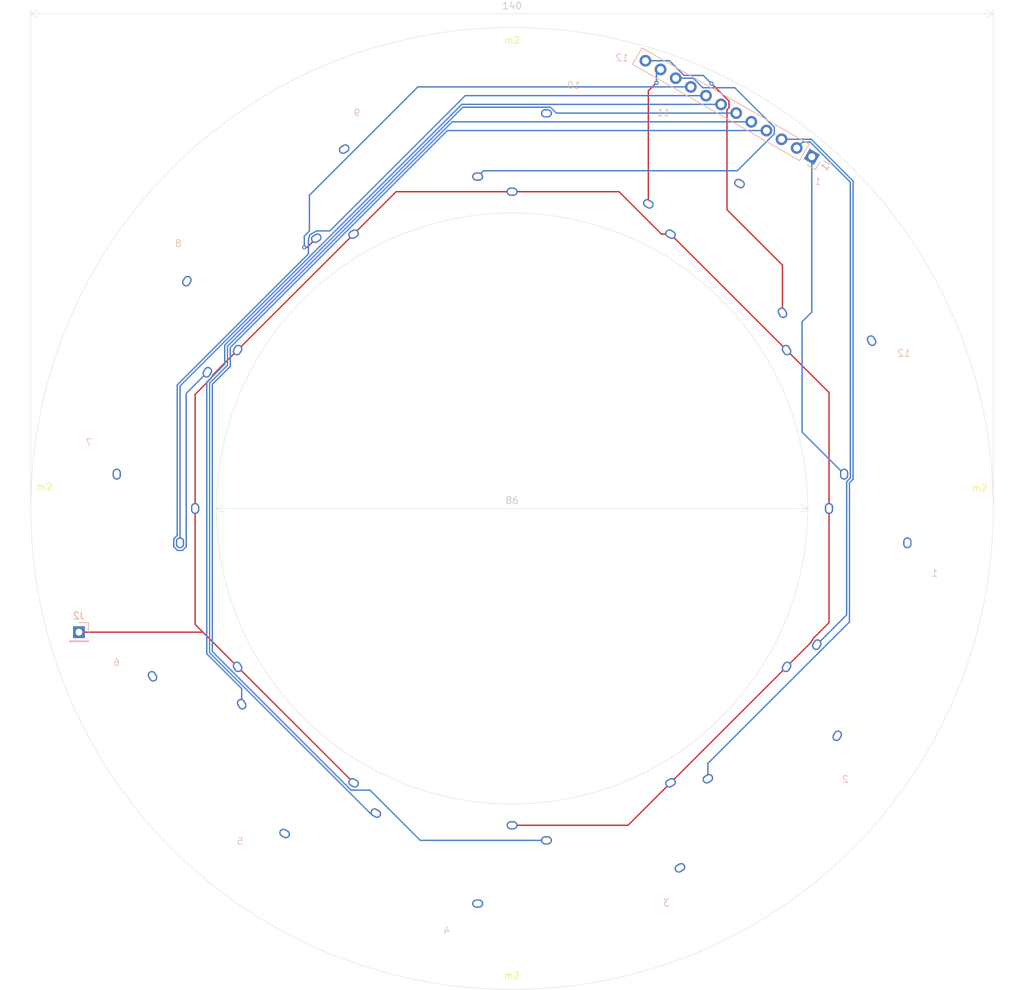
<source format=kicad_pcb>
(kicad_pcb (version 20241229) (generator "pcbnew") (generator_version "9.0")
  (layers (0 "F.Cu" signal) (2 "B.Cu" signal) (13 "F.Paste" user) (15 "B.Paste" user) (5 "F.SilkS" user "F.Silkscreen") (7 "B.SilkS" user "B.Silkscreen") (1 "F.Mask" user) (3 "B.Mask" user) (25 "Edge.Cuts" user))
  (net 0 "")
  (net 1 "7")
  (net 2 "11")
  (net 3 "9")
  (net 4 "6")
  (net 5 "2")
  (net 6 "10")
  (net 7 "8")
  (net 8 "1")
  (net 9 "3")
  (net 10 "12")
  (net 11 "5")
  (net 12 "4")
  (net 13 "gnd")
  (footprint "BrownSugar_KBD:Kailh_Choc_V2" (layer "F.Cu") (at 245.033321 126 -120)
    (property "Reference" "SW2")
    (property "Value" "SW_Push")
    (pad "" np_thru_hole circle (at -5.5 0 240) (size 1.7 1.7) (drill 1.7) (layers "*.Cu" "*.Mask"))
    (pad "" np_thru_hole circle (at 0 0 240) (size 5 5) (drill 5) (layers "*.Cu" "*.Mask"))
    (pad "" np_thru_hole circle (at 5.5 0 240) (size 1.7 1.7) (drill 1.7) (layers "*.Cu" "*.Mask"))
    (pad "1" thru_hole oval (at -5 3.7 240) (size 1.6 1.2) (drill oval 1.2 0.8) (layers "*.Cu" "*.Mask") (net 5 "2"))
    (pad "2" thru_hole oval (at 0 5.9 240) (size 1.6 1.2) (drill oval 1.2 0.8) (layers "*.Cu" "*.Mask") (net 13 "gnd"))
    (pad "MP" thru_hole oval (at 5 -5.5 240) (size 1.6 1.2) (drill oval 1.2 0.8) (layers "*.Cu" "*.Mask"))
  )
  (footprint "BrownSugar_KBD:Kailh_Choc_V2" (layer "F.Cu") (at 154.966679 74 60)
    (property "Reference" "SW8")
    (property "Value" "SW_Push")
    (pad "" np_thru_hole circle (at -5.5 0 60) (size 1.7 1.7) (drill 1.7) (layers "*.Cu" "*.Mask"))
    (pad "" np_thru_hole circle (at 0 0 60) (size 5 5) (drill 5) (layers "*.Cu" "*.Mask"))
    (pad "" np_thru_hole circle (at 5.5 0 60) (size 1.7 1.7) (drill 1.7) (layers "*.Cu" "*.Mask"))
    (pad "1" thru_hole oval (at -5 3.7 60) (size 1.6 1.2) (drill oval 1.2 0.8) (layers "*.Cu" "*.Mask") (net 7 "8"))
    (pad "2" thru_hole oval (at 0 5.9 60) (size 1.6 1.2) (drill oval 1.2 0.8) (layers "*.Cu" "*.Mask") (net 13 "gnd"))
    (pad "MP" thru_hole oval (at 5 -5.5 60) (size 1.6 1.2) (drill oval 1.2 0.8) (layers "*.Cu" "*.Mask"))
  )
  (footprint "MountingHole:MountingHole_2.2mm_M2" (layer "F.Cu") (at 135 100)
    (property "Reference" "m2" (at -3 -3.15 0) (layer "F.SilkS"))
    (property "Value" "MountingHole_2.2mm_M2")
    (pad "" np_thru_hole circle (at 0 0) (size 2.2 2.2) (drill 2.2) (layers "*.Cu" "*.Mask"))
  )
  (footprint "BrownSugar_KBD:Kailh_Choc_V2" (layer "F.Cu") (at 174 54.966679 30)
    (property "Reference" "SW9")
    (property "Value" "SW_Push")
    (pad "" np_thru_hole circle (at -5.5 0 30) (size 1.7 1.7) (drill 1.7) (layers "*.Cu" "*.Mask"))
    (pad "" np_thru_hole circle (at 0 0 30) (size 5 5) (drill 5) (layers "*.Cu" "*.Mask"))
    (pad "" np_thru_hole circle (at 5.5 0 30) (size 1.7 1.7) (drill 1.7) (layers "*.Cu" "*.Mask"))
    (pad "1" thru_hole oval (at -5 3.7 30) (size 1.6 1.2) (drill oval 1.2 0.8) (layers "*.Cu" "*.Mask") (net 3 "9"))
    (pad "2" thru_hole oval (at 0 5.9 30) (size 1.6 1.2) (drill oval 1.2 0.8) (layers "*.Cu" "*.Mask") (net 13 "gnd"))
    (pad "MP" thru_hole oval (at 5 -5.5 30) (size 1.6 1.2) (drill oval 1.2 0.8) (layers "*.Cu" "*.Mask"))
  )
  (footprint "BrownSugar_KBD:Kailh_Choc_V2" (layer "F.Cu") (at 154.966679 126 120)
    (property "Reference" "SW6")
    (property "Value" "SW_Push")
    (pad "" np_thru_hole circle (at -5.5 0 120) (size 1.7 1.7) (drill 1.7) (layers "*.Cu" "*.Mask"))
    (pad "" np_thru_hole circle (at 0 0 120) (size 5 5) (drill 5) (layers "*.Cu" "*.Mask"))
    (pad "" np_thru_hole circle (at 5.5 0 120) (size 1.7 1.7) (drill 1.7) (layers "*.Cu" "*.Mask"))
    (pad "1" thru_hole oval (at -5 3.7 120) (size 1.6 1.2) (drill oval 1.2 0.8) (layers "*.Cu" "*.Mask") (net 4 "6"))
    (pad "2" thru_hole oval (at 0 5.9 120) (size 1.6 1.2) (drill oval 1.2 0.8) (layers "*.Cu" "*.Mask") (net 13 "gnd"))
    (pad "MP" thru_hole oval (at 5 -5.5 120) (size 1.6 1.2) (drill oval 1.2 0.8) (layers "*.Cu" "*.Mask"))
  )
  (footprint "BrownSugar_KBD:Kailh_Choc_V2" (layer "F.Cu") (at 174 145.033321 150)
    (property "Reference" "SW5")
    (property "Value" "SW_Push")
    (pad "" np_thru_hole circle (at -5.5 0 150) (size 1.7 1.7) (drill 1.7) (layers "*.Cu" "*.Mask"))
    (pad "" np_thru_hole circle (at 0 0 150) (size 5 5) (drill 5) (layers "*.Cu" "*.Mask"))
    (pad "" np_thru_hole circle (at 5.5 0 150) (size 1.7 1.7) (drill 1.7) (layers "*.Cu" "*.Mask"))
    (pad "1" thru_hole oval (at -5 3.7 150) (size 1.6 1.2) (drill oval 1.2 0.8) (layers "*.Cu" "*.Mask") (net 11 "5"))
    (pad "2" thru_hole oval (at 0 5.9 150) (size 1.6 1.2) (drill oval 1.2 0.8) (layers "*.Cu" "*.Mask") (net 13 "gnd"))
    (pad "MP" thru_hole oval (at 5 -5.5 150) (size 1.6 1.2) (drill oval 1.2 0.8) (layers "*.Cu" "*.Mask"))
  )
  (footprint "BrownSugar_KBD:Kailh_Choc_V2" (layer "F.Cu") (at 252 100 -90)
    (property "Reference" "SW1")
    (property "Value" "SW_Push")
    (pad "" np_thru_hole circle (at -5.5 0 270) (size 1.7 1.7) (drill 1.7) (layers "*.Cu" "*.Mask"))
    (pad "" np_thru_hole circle (at 0 0 270) (size 5 5) (drill 5) (layers "*.Cu" "*.Mask"))
    (pad "" np_thru_hole circle (at 5.5 0 270) (size 1.7 1.7) (drill 1.7) (layers "*.Cu" "*.Mask"))
    (pad "1" thru_hole oval (at -5 3.7 270) (size 1.6 1.2) (drill oval 1.2 0.8) (layers "*.Cu" "*.Mask") (net 8 "1"))
    (pad "2" thru_hole oval (at 0 5.9 270) (size 1.6 1.2) (drill oval 1.2 0.8) (layers "*.Cu" "*.Mask") (net 13 "gnd"))
    (pad "MP" thru_hole oval (at 5 -5.5 270) (size 1.6 1.2) (drill oval 1.2 0.8) (layers "*.Cu" "*.Mask"))
  )
  (footprint "MountingHole:MountingHole_2.2mm_M2" (layer "F.Cu") (at 200 165)
    (property "Reference" "m2" (at 0 3 0) (layer "F.SilkS"))
    (property "Value" "MountingHole_2.2mm_M2")
    (pad "" np_thru_hole circle (at 0 0) (size 2.2 2.2) (drill 2.2) (layers "*.Cu" "*.Mask"))
  )
  (footprint "BrownSugar_KBD:Kailh_Choc_V2" (layer "F.Cu") (at 148 100 90)
    (property "Reference" "SW7")
    (property "Value" "SW_Push")
    (pad "" np_thru_hole circle (at -5.5 0 90) (size 1.7 1.7) (drill 1.7) (layers "*.Cu" "*.Mask"))
    (pad "" np_thru_hole circle (at 0 0 90) (size 5 5) (drill 5) (layers "*.Cu" "*.Mask"))
    (pad "" np_thru_hole circle (at 5.5 0 90) (size 1.7 1.7) (drill 1.7) (layers "*.Cu" "*.Mask"))
    (pad "1" thru_hole oval (at -5 3.7 90) (size 1.6 1.2) (drill oval 1.2 0.8) (layers "*.Cu" "*.Mask") (net 1 "7"))
    (pad "2" thru_hole oval (at 0 5.9 90) (size 1.6 1.2) (drill oval 1.2 0.8) (layers "*.Cu" "*.Mask") (net 13 "gnd"))
    (pad "MP" thru_hole oval (at 5 -5.5 90) (size 1.6 1.2) (drill oval 1.2 0.8) (layers "*.Cu" "*.Mask"))
  )
  (footprint "BrownSugar_KBD:Kailh_Choc_V2" (layer "F.Cu") (at 245.033321 74 -60)
    (property "Reference" "SW12")
    (property "Value" "SW_Push")
    (pad "" np_thru_hole circle (at -5.5 0 300) (size 1.7 1.7) (drill 1.7) (layers "*.Cu" "*.Mask"))
    (pad "" np_thru_hole circle (at 0 0 300) (size 5 5) (drill 5) (layers "*.Cu" "*.Mask"))
    (pad "" np_thru_hole circle (at 5.5 0 300) (size 1.7 1.7) (drill 1.7) (layers "*.Cu" "*.Mask"))
    (pad "1" thru_hole oval (at -5 3.7 300) (size 1.6 1.2) (drill oval 1.2 0.8) (layers "*.Cu" "*.Mask") (net 10 "12"))
    (pad "2" thru_hole oval (at 0 5.9 300) (size 1.6 1.2) (drill oval 1.2 0.8) (layers "*.Cu" "*.Mask") (net 13 "gnd"))
    (pad "MP" thru_hole oval (at 5 -5.5 300) (size 1.6 1.2) (drill oval 1.2 0.8) (layers "*.Cu" "*.Mask"))
  )
  (footprint "BrownSugar_KBD:Kailh_Choc_V2" (layer "F.Cu") (at 226 54.966679 -30)
    (property "Reference" "SW11")
    (property "Value" "SW_Push")
    (pad "" np_thru_hole circle (at -5.5 0 330) (size 1.7 1.7) (drill 1.7) (layers "*.Cu" "*.Mask"))
    (pad "" np_thru_hole circle (at 0 0 330) (size 5 5) (drill 5) (layers "*.Cu" "*.Mask"))
    (pad "" np_thru_hole circle (at 5.5 0 330) (size 1.7 1.7) (drill 1.7) (layers "*.Cu" "*.Mask"))
    (pad "1" thru_hole oval (at -5 3.7 330) (size 1.6 1.2) (drill oval 1.2 0.8) (layers "*.Cu" "*.Mask") (net 2 "11"))
    (pad "2" thru_hole oval (at 0 5.9 330) (size 1.6 1.2) (drill oval 1.2 0.8) (layers "*.Cu" "*.Mask") (net 13 "gnd"))
    (pad "MP" thru_hole oval (at 5 -5.5 330) (size 1.6 1.2) (drill oval 1.2 0.8) (layers "*.Cu" "*.Mask"))
  )
  (footprint "BrownSugar_KBD:Kailh_Choc_V2" (layer "F.Cu") (at 226 145.033321 -150)
    (property "Reference" "SW3")
    (property "Value" "SW_Push")
    (pad "" np_thru_hole circle (at -5.5 0 210) (size 1.7 1.7) (drill 1.7) (layers "*.Cu" "*.Mask"))
    (pad "" np_thru_hole circle (at 0 0 210) (size 5 5) (drill 5) (layers "*.Cu" "*.Mask"))
    (pad "" np_thru_hole circle (at 5.5 0 210) (size 1.7 1.7) (drill 1.7) (layers "*.Cu" "*.Mask"))
    (pad "1" thru_hole oval (at -5 3.7 210) (size 1.6 1.2) (drill oval 1.2 0.8) (layers "*.Cu" "*.Mask") (net 9 "3"))
    (pad "2" thru_hole oval (at 0 5.9 210) (size 1.6 1.2) (drill oval 1.2 0.8) (layers "*.Cu" "*.Mask") (net 13 "gnd"))
    (pad "MP" thru_hole oval (at 5 -5.5 210) (size 1.6 1.2) (drill oval 1.2 0.8) (layers "*.Cu" "*.Mask"))
  )
  (footprint "BrownSugar_KBD:Kailh_Choc_V2" (layer "F.Cu") (at 200 152 180)
    (property "Reference" "SW4")
    (property "Value" "SW_Push")
    (pad "" np_thru_hole circle (at -5.5 0 180) (size 1.7 1.7) (drill 1.7) (layers "*.Cu" "*.Mask"))
    (pad "" np_thru_hole circle (at 0 0 180) (size 5 5) (drill 5) (layers "*.Cu" "*.Mask"))
    (pad "" np_thru_hole circle (at 5.5 0 180) (size 1.7 1.7) (drill 1.7) (layers "*.Cu" "*.Mask"))
    (pad "1" thru_hole oval (at -5 3.7 180) (size 1.6 1.2) (drill oval 1.2 0.8) (layers "*.Cu" "*.Mask") (net 12 "4"))
    (pad "2" thru_hole oval (at 0 5.9 180) (size 1.6 1.2) (drill oval 1.2 0.8) (layers "*.Cu" "*.Mask") (net 13 "gnd"))
    (pad "MP" thru_hole oval (at 5 -5.5 180) (size 1.6 1.2) (drill oval 1.2 0.8) (layers "*.Cu" "*.Mask"))
  )
  (footprint "MountingHole:MountingHole_2.2mm_M2" (layer "F.Cu") (at 200 35)
    (property "Reference" "m2" (at 0 -3.15 0) (layer "F.SilkS"))
    (property "Value" "MountingHole_2.2mm_M2")
    (pad "" np_thru_hole circle (at 0 0) (size 2.2 2.2) (drill 2.2) (layers "*.Cu" "*.Mask"))
  )
  (footprint "MountingHole:MountingHole_2.2mm_M2" (layer "F.Cu") (at 265 100)
    (property "Reference" "m2" (at 3 -3 0) (layer "F.SilkS"))
    (property "Value" "MountingHole_2.2mm_M2")
    (pad "" np_thru_hole circle (at 0 0) (size 2.2 2.2) (drill 2.2) (layers "*.Cu" "*.Mask"))
  )
  (footprint "BrownSugar_KBD:Kailh_Choc_V2" (layer "F.Cu") (at 200 48)
    (property "Reference" "SW10")
    (property "Value" "SW_Push")
    (pad "" np_thru_hole circle (at -5.5 0) (size 1.7 1.7) (drill 1.7) (layers "*.Cu" "*.Mask"))
    (pad "" np_thru_hole circle (at 0 0) (size 5 5) (drill 5) (layers "*.Cu" "*.Mask"))
    (pad "" np_thru_hole circle (at 5.5 0) (size 1.7 1.7) (drill 1.7) (layers "*.Cu" "*.Mask"))
    (pad "1" thru_hole oval (at -5 3.7) (size 1.6 1.2) (drill oval 1.2 0.8) (layers "*.Cu" "*.Mask") (net 6 "10"))
    (pad "2" thru_hole oval (at 0 5.9) (size 1.6 1.2) (drill oval 1.2 0.8) (layers "*.Cu" "*.Mask") (net 13 "gnd"))
    (pad "MP" thru_hole oval (at 5 -5.5) (size 1.6 1.2) (drill oval 1.2 0.8) (layers "*.Cu" "*.Mask"))
  )
  (footprint "Connector_PinHeader_2.54mm:PinHeader_1x01_P2.54mm_Vertical" (layer "B.Cu") (at 137 118 180)
    (property "Reference" "J2" (at 0 2.38 0) (layer "B.SilkS") (effects (justify mirror)))
    (property "Value" "Conn_01x01")
    (fp_line (start 1.38 -1.27) (end 1.38 -1.38) (stroke (width 0.12)) (layer "B.SilkS"))
    (fp_line (start -1.38 1.38) (end 0 1.38) (stroke (width 0.12)) (layer "B.SilkS"))
    (fp_line (start -1.38 0) (end -1.38 1.38) (stroke (width 0.12)) (layer "B.SilkS"))
    (fp_line (start -1.38 -1.27) (end 1.38 -1.27) (stroke (width 0.12)) (layer "B.SilkS"))
    (fp_line (start -1.38 -1.27) (end -1.38 -1.38) (stroke (width 0.12)) (layer "B.SilkS"))
    (fp_line (start -1.38 -1.38) (end 1.38 -1.38) (stroke (width 0.12)) (layer "B.SilkS"))
    (pad "1" thru_hole rect (at 0 0 180) (size 1.7 1.7) (drill 1) (layers "*.Cu" "*.Mask") (net 13 "gnd"))
  )
  (footprint "Connector_PinHeader_2.54mm:PinHeader_1x12_P2.54mm_Vertical" (layer "B.Cu") (at 243.599114 48.81 60)
    (property "Reference" "J1" (at 0 2.38 60) (layer "B.SilkS") (effects (justify mirror)))
    (property "Value" "Conn_01x12")
    (fp_line (start -1.38 -29.32) (end 1.38 -29.32) (stroke (width 0.12)) (layer "B.SilkS"))
    (fp_line (start -1.38 -1.27) (end -1.38 -29.32) (stroke (width 0.12)) (layer "B.SilkS"))
    (fp_line (start -1.38 -1.27) (end 1.38 -1.27) (stroke (width 0.12)) (layer "B.SilkS"))
    (fp_line (start -1.38 0) (end -1.38 1.38) (stroke (width 0.12)) (layer "B.SilkS"))
    (fp_line (start 1.38 -1.27) (end 1.38 -29.32) (stroke (width 0.12)) (layer "B.SilkS"))
    (fp_line (start -1.38 1.38) (end 0 1.38) (stroke (width 0.12)) (layer "B.SilkS"))
    (pad "1" thru_hole rect (at 0 0 60) (size 1.7 1.7) (drill 1) (layers "*.Cu" "*.Mask") (net 8 "1"))
    (pad "2" thru_hole circle (at 0 -2.54 60) (size 1.7 1.7) (drill 1) (layers "*.Cu" "*.Mask") (net 5 "2"))
    (pad "3" thru_hole circle (at 0 -5.08 60) (size 1.7 1.7) (drill 1) (layers "*.Cu" "*.Mask") (net 9 "3"))
    (pad "4" thru_hole circle (at 0 -7.62 60) (size 1.7 1.7) (drill 1) (layers "*.Cu" "*.Mask") (net 12 "4"))
    (pad "5" thru_hole circle (at 0 -10.16 60) (size 1.7 1.7) (drill 1) (layers "*.Cu" "*.Mask") (net 11 "5"))
    (pad "6" thru_hole circle (at 0 -12.7 60) (size 1.7 1.7) (drill 1) (layers "*.Cu" "*.Mask") (net 4 "6"))
    (pad "7" thru_hole circle (at 0 -15.24 60) (size 1.7 1.7) (drill 1) (layers "*.Cu" "*.Mask") (net 1 "7"))
    (pad "8" thru_hole circle (at 0 -17.78 60) (size 1.7 1.7) (drill 1) (layers "*.Cu" "*.Mask") (net 7 "8"))
    (pad "9" thru_hole circle (at 0 -20.32 60) (size 1.7 1.7) (drill 1) (layers "*.Cu" "*.Mask") (net 3 "9"))
    (pad "10" thru_hole circle (at 0 -22.86 60) (size 1.7 1.7) (drill 1) (layers "*.Cu" "*.Mask") (net 6 "10"))
    (pad "11" thru_hole circle (at 0 -25.4 60) (size 1.7 1.7) (drill 1) (layers "*.Cu" "*.Mask") (net 2 "11"))
    (pad "12" thru_hole circle (at 0 -27.94 60) (size 1.7 1.7) (drill 1) (layers "*.Cu" "*.Mask") (net 10 "12"))
  )
  (gr_circle (center 200 100) (end 270 100) (stroke (width 0.05)) (fill no) (layer "Edge.Cuts"))
  (gr_circle (center 200 100) (end 243 100) (stroke (width 0.05)) (fill no) (layer "Edge.Cuts"))
  (gr_text "1" (at 245 53 0) (layer "B.SilkS") (effects (font (size 1 1) (thickness 0.1)) (justify left bottom mirror)))
  (gr_text "6\n" (at 143 123 0) (layer "B.SilkS") (effects (font (size 1 1) (thickness 0.1)) (justify left bottom mirror)))
  (gr_text "1" (at 262 110 0) (layer "B.SilkS") (effects (font (size 1 1) (thickness 0.1)) (justify left bottom mirror)))
  (gr_text "9" (at 178 43 0) (layer "B.SilkS") (effects (font (size 1 1) (thickness 0.1)) (justify left bottom mirror)))
  (gr_text "7\n" (at 139 91 0) (layer "B.SilkS") (effects (font (size 1 1) (thickness 0.1)) (justify left bottom mirror)))
  (gr_text "8" (at 152 62 0) (layer "B.SilkS") (effects (font (size 1 1) (thickness 0.1)) (justify left bottom mirror)))
  (gr_text "10" (at 210 39 0) (layer "B.SilkS") (effects (font (size 1 1) (thickness 0.1)) (justify left bottom mirror)))
  (gr_text "3" (at 223 158 0) (layer "B.SilkS") (effects (font (size 1 1) (thickness 0.1)) (justify left bottom mirror)))
  (gr_text "12" (at 258 78 0) (layer "B.SilkS") (effects (font (size 1 1) (thickness 0.1)) (justify left bottom mirror)))
  (gr_text "12" (at 217 35 0) (layer "B.SilkS") (effects (font (size 1 1) (thickness 0.1)) (justify left bottom mirror)))
  (gr_text "2\n" (at 249 140 0) (layer "B.SilkS") (effects (font (size 1 1) (thickness 0.1)) (justify left bottom mirror)))
  (gr_text "4" (at 191 162 0) (layer "B.SilkS") (effects (font (size 1 1) (thickness 0.1)) (justify left bottom mirror)))
  (gr_text "5" (at 161 149 0) (layer "B.SilkS") (effects (font (size 1 1) (thickness 0.1)) (justify left bottom mirror)))
  (gr_text "11" (at 223 43 0) (layer "B.SilkS") (effects (font (size 1 1) (thickness 0.1)) (justify left bottom mirror)))
  (dimension (type orthogonal) (layer "Edge.Cuts") (pts (xy 157 100) (xy 243 100)) (height 0) (orientation 0) (format (prefix "") (suffix "") (units 3) (units_format 0) (precision 4) (suppress_zeroes yes)) (style (thickness 0.05) (arrow_length 1.27) (text_position_mode 0) (arrow_direction outward) (extension_height 0.58642) (extension_offset 0.5) (keep_text_aligned yes)) (gr_text "86" (at 200 98.85 0) (layer "Edge.Cuts") (effects (font (size 1 1) (thickness 0.15)))))
  (dimension (type orthogonal) (layer "Edge.Cuts") (pts (xy 130 100) (xy 270 100)) (height -72) (orientation 0) (format (prefix "") (suffix "") (units 3) (units_format 0) (precision 4) (suppress_zeroes yes)) (style (thickness 0.05) (arrow_length 1.27) (text_position_mode 0) (arrow_direction outward) (extension_height 0.58642) (extension_offset 0.5) (keep_text_aligned yes)) (gr_text "140" (at 200 26.85 0) (layer "Edge.Cuts") (effects (font (size 1 1) (thickness 0.15)))))
  (segment (start 192.694332 41.19) (end 151.7 82.184332) (width 0.2) (layer "B.Cu") (net 1))
  (segment (start 230.400887 41.19) (end 192.694332 41.19) (width 0.2) (layer "B.Cu") (net 1))
  (segment (start 151.7 82.184332) (end 151.7 105) (width 0.2) (layer "B.Cu") (net 1))
  (segment (start 219.819873 39.230127) (end 219.819873 55.670973) (width 0.2) (layer "F.Cu") (net 2))
  (segment (start 221 38.05) (end 219.819873 39.230127) (width 0.2) (layer "F.Cu") (net 2))
  (via (at 221 38.05) (size 0.6) (drill 0.3) (layers "F.Cu" "B.Cu") (net 2))
  (segment (start 221.602069 36.11) (end 221 36.712069) (width 0.2) (layer "B.Cu") (net 2))
  (segment (start 221 36.712069) (end 221 38.05) (width 0.2) (layer "B.Cu") (net 2))
  (segment (start 170.190846 62) (end 171.519873 60.670973) (width 0.2) (layer "F.Cu") (net 3))
  (segment (start 169.779776 62) (end 170.190846 62) (width 0.2) (layer "F.Cu") (net 3))
  (via (at 169.779776 62) (size 0.6) (drill 0.3) (layers "F.Cu" "B.Cu") (net 3))
  (segment (start 169.779776 60.361901) (end 169.779776 62) (width 0.2) (layer "B.Cu") (net 3))
  (segment (start 226.001478 38.65) (end 186.284756 38.65) (width 0.2) (layer "B.Cu") (net 3))
  (segment (start 170.526655 59.615022) (end 169.779776 60.361901) (width 0.2) (layer "B.Cu") (net 3))
  (segment (start 186.284756 38.65) (end 170.526655 54.408101) (width 0.2) (layer "B.Cu") (net 3))
  (segment (start 170.526655 54.408101) (end 170.526655 59.615022) (width 0.2) (layer "B.Cu") (net 3))
  (segment (start 158.207337 76.244095) (end 158.207337 78.997337) (width 0.2) (layer "B.Cu") (net 4))
  (segment (start 158.207337 78.997337) (end 155.597 81.607674) (width 0.2) (layer "B.Cu") (net 4))
  (segment (start 155.597 81.607674) (end 155.597 121.145568) (width 0.2) (layer "B.Cu") (net 4))
  (segment (start 155.597 121.145568) (end 160.670973 126.219541) (width 0.2) (layer "B.Cu") (net 4))
  (segment (start 205.573206 41.599) (end 192.852432 41.599) (width 0.2) (layer "B.Cu") (net 4))
  (segment (start 192.852432 41.599) (end 158.207337 76.244095) (width 0.2) (layer "B.Cu") (net 4))
  (segment (start 160.670973 126.219541) (end 160.670973 128.480127) (width 0.2) (layer "B.Cu") (net 4))
  (segment (start 232.600591 42.46) (end 206.434206 42.46) (width 0.2) (layer "B.Cu") (net 4))
  (segment (start 206.434206 42.46) (end 205.573206 41.599) (width 0.2) (layer "B.Cu") (net 4))
  (segment (start 249.201 95.573206) (end 248.673206 96.101) (width 0.2) (layer "B.Cu") (net 5))
  (segment (start 249.201 52.513964) (end 249.201 95.573206) (width 0.2) (layer "B.Cu") (net 5))
  (segment (start 241.399409 47.54) (end 242.249409 46.69) (width 0.2) (layer "B.Cu") (net 5))
  (segment (start 248.673206 96.101) (end 248.673206 115.475694) (width 0.2) (layer "B.Cu") (net 5))
  (segment (start 243.377036 46.69) (end 249.201 52.513964) (width 0.2) (layer "B.Cu") (net 5))
  (segment (start 242.249409 46.69) (end 243.377036 46.69) (width 0.2) (layer "B.Cu") (net 5))
  (segment (start 248.673206 115.475694) (end 244.329027 119.819873) (width 0.2) (layer "B.Cu") (net 5))
  (segment (start 223.801773 37.38) (end 226.359238 37.38) (width 0.2) (layer "B.Cu") (net 6))
  (segment (start 238.151 44.52324) (end 238.151 45.47676) (width 0.2) (layer "B.Cu") (net 6))
  (segment (start 232.77676 50.851) (end 195.849 50.851) (width 0.2) (layer "B.Cu") (net 6))
  (segment (start 232.39676 38.769) (end 238.151 44.52324) (width 0.2) (layer "B.Cu") (net 6))
  (segment (start 195.849 50.851) (end 195 51.7) (width 0.2) (layer "B.Cu") (net 6))
  (segment (start 226.359238 37.38) (end 227.748238 38.769) (width 0.2) (layer "B.Cu") (net 6))
  (segment (start 238.151 45.47676) (end 232.77676 50.851) (width 0.2) (layer "B.Cu") (net 6))
  (segment (start 227.748238 38.769) (end 232.39676 38.769) (width 0.2) (layer "B.Cu") (net 6))
  (segment (start 171.565784 59.604081) (end 170.572962 60.177287) (width 0.2) (layer "B.Cu") (net 7))
  (segment (start 151.299 103.926794) (end 150.799 104.426794) (width 0.2) (layer "B.Cu") (net 7))
  (segment (start 228.201182 39.92) (end 193.183649 39.92) (width 0.2) (layer "B.Cu") (net 7))
  (segment (start 151.326794 106.101) (end 152.073206 106.101) (width 0.2) (layer "B.Cu") (net 7))
  (segment (start 173.499568 59.604081) (end 171.565784 59.604081) (width 0.2) (layer "B.Cu") (net 7))
  (segment (start 152.601 105.573206) (end 152.601 83.2501) (width 0.2) (layer "B.Cu") (net 7))
  (segment (start 150.799 105.573206) (end 151.326794 106.101) (width 0.2) (layer "B.Cu") (net 7))
  (segment (start 193.183649 39.92) (end 173.499568 59.604081) (width 0.2) (layer "B.Cu") (net 7))
  (segment (start 152.073206 106.101) (end 152.601 105.573206) (width 0.2) (layer "B.Cu") (net 7))
  (segment (start 152.601 83.2501) (end 155.670973 80.180127) (width 0.2) (layer "B.Cu") (net 7))
  (segment (start 151.299 82.018232) (end 151.299 103.926794) (width 0.2) (layer "B.Cu") (net 7))
  (segment (start 150.799 104.426794) (end 150.799 105.573206) (width 0.2) (layer "B.Cu") (net 7))
  (segment (start 170.379776 60.898267) (end 170.379776 62.937456) (width 0.2) (layer "B.Cu") (net 7))
  (segment (start 170.379776 62.937456) (end 151.299 82.018232) (width 0.2) (layer "B.Cu") (net 7))
  (segment (start 170.572962 60.177287) (end 170.379776 60.898267) (width 0.2) (layer "B.Cu") (net 7))
  (segment (start 243.599114 48.81) (end 243.599114 71.402284) (width 0.2) (layer "B.Cu") (net 8))
  (segment (start 242.182321 88.882321) (end 248.3 95) (width 0.2) (layer "B.Cu") (net 8))
  (segment (start 242.182321 72.819077) (end 242.182321 88.882321) (width 0.2) (layer "B.Cu") (net 8))
  (segment (start 243.599114 71.402284) (end 242.182321 72.819077) (width 0.2) (layer "B.Cu") (net 8))
  (segment (start 249.602 95.739306) (end 249.074206 96.2671) (width 0.2) (layer "B.Cu") (net 9))
  (segment (start 249.074206 96.2671) (end 249.074206 116.515291) (width 0.2) (layer "B.Cu") (net 9))
  (segment (start 249.602 52.347864) (end 249.602 95.739306) (width 0.2) (layer "B.Cu") (net 9))
  (segment (start 228.480127 137.10937) (end 228.480127 139.329027) (width 0.2) (layer "B.Cu") (net 9))
  (segment (start 243.524136 46.27) (end 249.602 52.347864) (width 0.2) (layer "B.Cu") (net 9))
  (segment (start 239.199705 46.27) (end 243.524136 46.27) (width 0.2) (layer "B.Cu") (net 9))
  (segment (start 249.074206 116.515291) (end 228.480127 137.10937) (width 0.2) (layer "B.Cu") (net 9))
  (segment (start 231.551887 41.66676) (end 231.26061 41.958037) (width 0.2) (layer "F.Cu") (net 10))
  (segment (start 229 38.169) (end 229.007647 38.169) (width 0.2) (layer "F.Cu") (net 10))
  (segment (start 229.007647 38.169) (end 231.551887 40.71324) (width 0.2) (layer "F.Cu") (net 10))
  (segment (start 231.26061 41.958037) (end 231.26061 56.515679) (width 0.2) (layer "F.Cu") (net 10))
  (segment (start 239.329027 64.584096) (end 239.329027 71.519873) (width 0.2) (layer "F.Cu") (net 10))
  (segment (start 231.551887 40.71324) (end 231.551887 41.66676) (width 0.2) (layer "F.Cu") (net 10))
  (segment (start 231.26061 56.515679) (end 239.329027 64.584096) (width 0.2) (layer "F.Cu") (net 10))
  (via (at 229 38.169) (size 0.6) (drill 0.3) (layers "F.Cu" "B.Cu") (net 10))
  (segment (start 219.402364 34.84) (end 222.889533 34.84) (width 0.2) (layer "B.Cu") (net 10))
  (segment (start 227.81 36.979) (end 229 38.169) (width 0.2) (layer "B.Cu") (net 10))
  (segment (start 222.889533 34.84) (end 225.028533 36.979) (width 0.2) (layer "B.Cu") (net 10))
  (segment (start 225.028533 36.979) (end 227.81 36.979) (width 0.2) (layer "B.Cu") (net 10))
  (segment (start 155.998 120.979468) (end 179.347559 144.329027) (width 0.2) (layer "B.Cu") (net 11))
  (segment (start 179.347559 144.329027) (end 180.180127 144.329027) (width 0.2) (layer "B.Cu") (net 11))
  (segment (start 158.608337 79.163437) (end 155.998 81.773774) (width 0.2) (layer "B.Cu") (net 11))
  (segment (start 158.608337 76.410195) (end 158.608337 79.163437) (width 0.2) (layer "B.Cu") (net 11))
  (segment (start 155.998 81.773774) (end 155.998 120.979468) (width 0.2) (layer "B.Cu") (net 11))
  (segment (start 234.800296 43.73) (end 191.288532 43.73) (width 0.2) (layer "B.Cu") (net 11))
  (segment (start 191.288532 43.73) (end 158.608337 76.410195) (width 0.2) (layer "B.Cu") (net 11))
  (segment (start 179.329537 140.990663) (end 186.638874 148.3) (width 0.2) (layer "B.Cu") (net 12))
  (segment (start 159.009337 79.329537) (end 156.399 81.939874) (width 0.2) (layer "B.Cu") (net 12))
  (segment (start 156.399 120.813368) (end 176.576295 140.990663) (width 0.2) (layer "B.Cu") (net 12))
  (segment (start 186.638874 148.3) (end 205 148.3) (width 0.2) (layer "B.Cu") (net 12))
  (segment (start 159.009337 76.576295) (end 159.009337 79.329537) (width 0.2) (layer "B.Cu") (net 12))
  (segment (start 190.585632 45) (end 159.009337 76.576295) (width 0.2) (layer "B.Cu") (net 12))
  (segment (start 176.576295 140.990663) (end 179.329537 140.990663) (width 0.2) (layer "B.Cu") (net 12))
  (segment (start 156.399 81.939874) (end 156.399 120.813368) (width 0.2) (layer "B.Cu") (net 12))
  (segment (start 237 45) (end 190.585632 45) (width 0.2) (layer "B.Cu") (net 12))
  (segment (start 246.1 83.126229) (end 239.923771 76.95) (width 0.2) (layer "F.Cu") (net 13))
  (segment (start 243.835341 118.872962) (end 243.472705 119.501066) (width 0.2) (layer "F.Cu") (net 13))
  (segment (start 216.873771 146.1) (end 223.05 139.923771) (width 0.2) (layer "F.Cu") (net 13))
  (segment (start 176.95 139.923771) (end 160.076229 123.05) (width 0.2) (layer "F.Cu") (net 13))
  (segment (start 243.472705 119.501066) (end 239.923771 123.05) (width 0.2) (layer "F.Cu") (net 13))
  (segment (start 223.05 60.076229) (end 239.923771 76.95) (width 0.2) (layer "F.Cu") (net 13))
  (segment (start 221.737355 60.076229) (end 215.561126 53.9) (width 0.2) (layer "F.Cu") (net 13))
  (segment (start 153.9 100) (end 153.9 116.873771) (width 0.2) (layer "F.Cu") (net 13))
  (segment (start 153.9 116.873771) (end 155.026229 118) (width 0.2) (layer "F.Cu") (net 13))
  (segment (start 153.9 100) (end 153.9 83.391697) (width 0.2) (layer "F.Cu") (net 13))
  (segment (start 183.126229 53.9) (end 200 53.9) (width 0.2) (layer "F.Cu") (net 13))
  (segment (start 200 146.1) (end 216.873771 146.1) (width 0.2) (layer "F.Cu") (net 13))
  (segment (start 156.527295 80.498934) (end 160.076229 76.95) (width 0.2) (layer "F.Cu") (net 13))
  (segment (start 176.95 60.076229) (end 160.076229 76.95) (width 0.2) (layer "F.Cu") (net 13))
  (segment (start 246.1 100) (end 246.1 116.608303) (width 0.2) (layer "F.Cu") (net 13))
  (segment (start 215.561126 53.9) (end 200 53.9) (width 0.2) (layer "F.Cu") (net 13))
  (segment (start 153.9 83.391697) (end 156.164659 81.127038) (width 0.2) (layer "F.Cu") (net 13))
  (segment (start 176.95 60.076229) (end 183.126229 53.9) (width 0.2) (layer "F.Cu") (net 13))
  (segment (start 246.1 100) (end 246.1 83.126229) (width 0.2) (layer "F.Cu") (net 13))
  (segment (start 223.05 60.076229) (end 221.737355 60.076229) (width 0.2) (layer "F.Cu") (net 13))
  (segment (start 246.1 116.608303) (end 243.835341 118.872962) (width 0.2) (layer "F.Cu") (net 13))
  (segment (start 137 118) (end 155.026229 118) (width 0.2) (layer "F.Cu") (net 13))
  (segment (start 155.026229 118) (end 160.076229 123.05) (width 0.2) (layer "F.Cu") (net 13))
  (segment (start 156.164659 81.127038) (end 156.527295 80.498934) (width 0.2) (layer "F.Cu") (net 13))
  (segment (start 223.05 139.923771) (end 239.923771 123.05) (width 0.2) (layer "F.Cu") (net 13))
)
</source>
